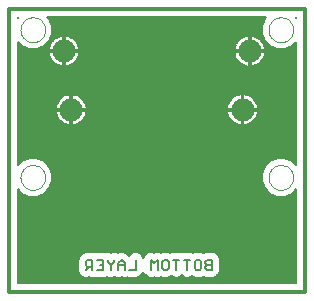
<source format=gbl>
G75*
%MOIN*%
%OFA0B0*%
%FSLAX24Y24*%
%IPPOS*%
%LPD*%
%AMOC8*
5,1,8,0,0,1.08239X$1,22.5*
%
%ADD10C,0.0118*%
%ADD11C,0.0000*%
%ADD12C,0.0060*%
%ADD13C,0.0768*%
%ADD14C,0.0317*%
D10*
X000159Y000169D02*
X000159Y009618D01*
X010002Y009618D01*
X010002Y000169D01*
X000159Y000169D01*
D11*
X000533Y003992D02*
X000535Y004032D01*
X000541Y004073D01*
X000551Y004112D01*
X000564Y004150D01*
X000582Y004187D01*
X000603Y004221D01*
X000627Y004254D01*
X000654Y004284D01*
X000684Y004311D01*
X000717Y004335D01*
X000751Y004356D01*
X000788Y004374D01*
X000826Y004387D01*
X000865Y004397D01*
X000906Y004403D01*
X000946Y004405D01*
X000986Y004403D01*
X001027Y004397D01*
X001066Y004387D01*
X001104Y004374D01*
X001141Y004356D01*
X001175Y004335D01*
X001208Y004311D01*
X001238Y004284D01*
X001265Y004254D01*
X001289Y004221D01*
X001310Y004187D01*
X001328Y004150D01*
X001341Y004112D01*
X001351Y004073D01*
X001357Y004032D01*
X001359Y003992D01*
X001357Y003952D01*
X001351Y003911D01*
X001341Y003872D01*
X001328Y003834D01*
X001310Y003797D01*
X001289Y003763D01*
X001265Y003730D01*
X001238Y003700D01*
X001208Y003673D01*
X001175Y003649D01*
X001141Y003628D01*
X001104Y003610D01*
X001066Y003597D01*
X001027Y003587D01*
X000986Y003581D01*
X000946Y003579D01*
X000906Y003581D01*
X000865Y003587D01*
X000826Y003597D01*
X000788Y003610D01*
X000751Y003628D01*
X000717Y003649D01*
X000684Y003673D01*
X000654Y003700D01*
X000627Y003730D01*
X000603Y003763D01*
X000582Y003797D01*
X000564Y003834D01*
X000551Y003872D01*
X000541Y003911D01*
X000535Y003952D01*
X000533Y003992D01*
X000533Y008913D02*
X000535Y008953D01*
X000541Y008994D01*
X000551Y009033D01*
X000564Y009071D01*
X000582Y009108D01*
X000603Y009142D01*
X000627Y009175D01*
X000654Y009205D01*
X000684Y009232D01*
X000717Y009256D01*
X000751Y009277D01*
X000788Y009295D01*
X000826Y009308D01*
X000865Y009318D01*
X000906Y009324D01*
X000946Y009326D01*
X000986Y009324D01*
X001027Y009318D01*
X001066Y009308D01*
X001104Y009295D01*
X001141Y009277D01*
X001175Y009256D01*
X001208Y009232D01*
X001238Y009205D01*
X001265Y009175D01*
X001289Y009142D01*
X001310Y009108D01*
X001328Y009071D01*
X001341Y009033D01*
X001351Y008994D01*
X001357Y008953D01*
X001359Y008913D01*
X001357Y008873D01*
X001351Y008832D01*
X001341Y008793D01*
X001328Y008755D01*
X001310Y008718D01*
X001289Y008684D01*
X001265Y008651D01*
X001238Y008621D01*
X001208Y008594D01*
X001175Y008570D01*
X001141Y008549D01*
X001104Y008531D01*
X001066Y008518D01*
X001027Y008508D01*
X000986Y008502D01*
X000946Y008500D01*
X000906Y008502D01*
X000865Y008508D01*
X000826Y008518D01*
X000788Y008531D01*
X000751Y008549D01*
X000717Y008570D01*
X000684Y008594D01*
X000654Y008621D01*
X000627Y008651D01*
X000603Y008684D01*
X000582Y008718D01*
X000564Y008755D01*
X000551Y008793D01*
X000541Y008832D01*
X000535Y008873D01*
X000533Y008913D01*
X008801Y008913D02*
X008803Y008953D01*
X008809Y008994D01*
X008819Y009033D01*
X008832Y009071D01*
X008850Y009108D01*
X008871Y009142D01*
X008895Y009175D01*
X008922Y009205D01*
X008952Y009232D01*
X008985Y009256D01*
X009019Y009277D01*
X009056Y009295D01*
X009094Y009308D01*
X009133Y009318D01*
X009174Y009324D01*
X009214Y009326D01*
X009254Y009324D01*
X009295Y009318D01*
X009334Y009308D01*
X009372Y009295D01*
X009409Y009277D01*
X009443Y009256D01*
X009476Y009232D01*
X009506Y009205D01*
X009533Y009175D01*
X009557Y009142D01*
X009578Y009108D01*
X009596Y009071D01*
X009609Y009033D01*
X009619Y008994D01*
X009625Y008953D01*
X009627Y008913D01*
X009625Y008873D01*
X009619Y008832D01*
X009609Y008793D01*
X009596Y008755D01*
X009578Y008718D01*
X009557Y008684D01*
X009533Y008651D01*
X009506Y008621D01*
X009476Y008594D01*
X009443Y008570D01*
X009409Y008549D01*
X009372Y008531D01*
X009334Y008518D01*
X009295Y008508D01*
X009254Y008502D01*
X009214Y008500D01*
X009174Y008502D01*
X009133Y008508D01*
X009094Y008518D01*
X009056Y008531D01*
X009019Y008549D01*
X008985Y008570D01*
X008952Y008594D01*
X008922Y008621D01*
X008895Y008651D01*
X008871Y008684D01*
X008850Y008718D01*
X008832Y008755D01*
X008819Y008793D01*
X008809Y008832D01*
X008803Y008873D01*
X008801Y008913D01*
X008801Y003992D02*
X008803Y004032D01*
X008809Y004073D01*
X008819Y004112D01*
X008832Y004150D01*
X008850Y004187D01*
X008871Y004221D01*
X008895Y004254D01*
X008922Y004284D01*
X008952Y004311D01*
X008985Y004335D01*
X009019Y004356D01*
X009056Y004374D01*
X009094Y004387D01*
X009133Y004397D01*
X009174Y004403D01*
X009214Y004405D01*
X009254Y004403D01*
X009295Y004397D01*
X009334Y004387D01*
X009372Y004374D01*
X009409Y004356D01*
X009443Y004335D01*
X009476Y004311D01*
X009506Y004284D01*
X009533Y004254D01*
X009557Y004221D01*
X009578Y004187D01*
X009596Y004150D01*
X009609Y004112D01*
X009619Y004073D01*
X009625Y004032D01*
X009627Y003992D01*
X009625Y003952D01*
X009619Y003911D01*
X009609Y003872D01*
X009596Y003834D01*
X009578Y003797D01*
X009557Y003763D01*
X009533Y003730D01*
X009506Y003700D01*
X009476Y003673D01*
X009443Y003649D01*
X009409Y003628D01*
X009372Y003610D01*
X009334Y003597D01*
X009295Y003587D01*
X009254Y003581D01*
X009214Y003579D01*
X009174Y003581D01*
X009133Y003587D01*
X009094Y003597D01*
X009056Y003610D01*
X009019Y003628D01*
X008985Y003649D01*
X008952Y003673D01*
X008922Y003700D01*
X008895Y003730D01*
X008871Y003763D01*
X008850Y003797D01*
X008832Y003834D01*
X008819Y003872D01*
X008809Y003911D01*
X008803Y003952D01*
X008801Y003992D01*
D12*
X008574Y003972D02*
X001587Y003972D01*
X001587Y004030D02*
X008574Y004030D01*
X008574Y004089D02*
X001587Y004089D01*
X001587Y004120D02*
X001489Y004355D01*
X001309Y004535D01*
X001074Y004632D01*
X000819Y004632D01*
X000584Y004535D01*
X000445Y004396D01*
X000445Y008510D01*
X000584Y008371D01*
X000819Y008273D01*
X001074Y008273D01*
X001309Y008371D01*
X001489Y008551D01*
X001587Y008786D01*
X001587Y009041D01*
X001489Y009276D01*
X001433Y009332D01*
X008728Y009332D01*
X008671Y009276D01*
X008574Y009041D01*
X008574Y008786D01*
X008671Y008551D01*
X008852Y008371D01*
X009087Y008273D01*
X009342Y008273D01*
X009577Y008371D01*
X009716Y008510D01*
X009716Y004396D01*
X009577Y004535D01*
X009342Y004632D01*
X009087Y004632D01*
X008852Y004535D01*
X008671Y004355D01*
X008574Y004120D01*
X008574Y003865D01*
X008671Y003630D01*
X008852Y003449D01*
X009087Y003352D01*
X009342Y003352D01*
X009577Y003449D01*
X009716Y003588D01*
X009716Y000455D01*
X000445Y000455D01*
X000445Y003588D01*
X000584Y003449D01*
X000819Y003352D01*
X001074Y003352D01*
X001309Y003449D01*
X001489Y003630D01*
X001587Y003865D01*
X001587Y004120D01*
X001575Y004147D02*
X008585Y004147D01*
X008610Y004206D02*
X001551Y004206D01*
X001527Y004264D02*
X008634Y004264D01*
X008658Y004323D02*
X001502Y004323D01*
X001463Y004381D02*
X008698Y004381D01*
X008756Y004440D02*
X001404Y004440D01*
X001346Y004498D02*
X008815Y004498D01*
X008904Y004557D02*
X001256Y004557D01*
X001115Y004615D02*
X009046Y004615D01*
X009383Y004615D02*
X009716Y004615D01*
X009716Y004557D02*
X009524Y004557D01*
X009613Y004498D02*
X009716Y004498D01*
X009716Y004440D02*
X009672Y004440D01*
X009716Y004674D02*
X000445Y004674D01*
X000445Y004732D02*
X009716Y004732D01*
X009716Y004791D02*
X000445Y004791D01*
X000445Y004849D02*
X009716Y004849D01*
X009716Y004908D02*
X000445Y004908D01*
X000445Y004966D02*
X009716Y004966D01*
X009716Y005025D02*
X000445Y005025D01*
X000445Y005083D02*
X009716Y005083D01*
X009716Y005142D02*
X000445Y005142D01*
X000445Y005200D02*
X009716Y005200D01*
X009716Y005259D02*
X000445Y005259D01*
X000445Y005317D02*
X009716Y005317D01*
X009716Y005376D02*
X000445Y005376D01*
X000445Y005434D02*
X009716Y005434D01*
X009716Y005493D02*
X000445Y005493D01*
X000445Y005551D02*
X009716Y005551D01*
X009716Y005610D02*
X000445Y005610D01*
X000445Y005668D02*
X009716Y005668D01*
X009716Y005727D02*
X000445Y005727D01*
X000445Y005785D02*
X002002Y005785D01*
X002029Y005772D02*
X002106Y005747D01*
X002186Y005734D01*
X002196Y005734D01*
X002196Y006218D01*
X002256Y006218D01*
X002256Y005734D01*
X002266Y005734D01*
X002346Y005747D01*
X002423Y005772D01*
X002495Y005809D01*
X002561Y005856D01*
X002618Y005913D01*
X002665Y005979D01*
X002702Y006051D01*
X002727Y006128D01*
X002740Y006208D01*
X002740Y006218D01*
X002256Y006218D01*
X002256Y006278D01*
X002740Y006278D01*
X002740Y006289D01*
X002727Y006368D01*
X002702Y006445D01*
X002665Y006517D01*
X002618Y006583D01*
X002561Y006640D01*
X002495Y006688D01*
X002423Y006724D01*
X002346Y006749D01*
X002266Y006762D01*
X002256Y006762D01*
X002256Y006278D01*
X002196Y006278D01*
X002196Y006218D01*
X001712Y006218D01*
X001712Y006208D01*
X001725Y006128D01*
X001750Y006051D01*
X001786Y005979D01*
X001834Y005913D01*
X001891Y005856D01*
X001957Y005809D01*
X002029Y005772D01*
X001908Y005844D02*
X000445Y005844D01*
X000445Y005902D02*
X001845Y005902D01*
X001799Y005961D02*
X000445Y005961D01*
X000445Y006019D02*
X001766Y006019D01*
X001741Y006078D02*
X000445Y006078D01*
X000445Y006136D02*
X001723Y006136D01*
X001714Y006195D02*
X000445Y006195D01*
X000445Y006253D02*
X002196Y006253D01*
X002196Y006278D02*
X001712Y006278D01*
X001712Y006289D01*
X001725Y006368D01*
X001750Y006445D01*
X001786Y006517D01*
X001834Y006583D01*
X001891Y006640D01*
X001957Y006688D01*
X002029Y006724D01*
X002106Y006749D01*
X002186Y006762D01*
X002196Y006762D01*
X002196Y006278D01*
X002196Y006312D02*
X002256Y006312D01*
X002256Y006370D02*
X002196Y006370D01*
X002196Y006429D02*
X002256Y006429D01*
X002256Y006487D02*
X002196Y006487D01*
X002196Y006546D02*
X002256Y006546D01*
X002256Y006604D02*
X002196Y006604D01*
X002196Y006663D02*
X002256Y006663D01*
X002256Y006721D02*
X002196Y006721D01*
X002023Y006721D02*
X000445Y006721D01*
X000445Y006663D02*
X001923Y006663D01*
X001856Y006604D02*
X000445Y006604D01*
X000445Y006546D02*
X001807Y006546D01*
X001771Y006487D02*
X000445Y006487D01*
X000445Y006429D02*
X001744Y006429D01*
X001725Y006370D02*
X000445Y006370D01*
X000445Y006312D02*
X001716Y006312D01*
X002196Y006195D02*
X002256Y006195D01*
X002256Y006253D02*
X007905Y006253D01*
X007905Y006278D02*
X007905Y006218D01*
X007965Y006218D01*
X007965Y006278D01*
X008449Y006278D01*
X008449Y006289D01*
X008436Y006368D01*
X008411Y006445D01*
X008374Y006517D01*
X008327Y006583D01*
X008269Y006640D01*
X008204Y006688D01*
X008132Y006724D01*
X008055Y006749D01*
X007975Y006762D01*
X007965Y006762D01*
X007965Y006278D01*
X007905Y006278D01*
X007905Y006762D01*
X007894Y006762D01*
X007814Y006749D01*
X007737Y006724D01*
X007665Y006688D01*
X007600Y006640D01*
X007543Y006583D01*
X007495Y006517D01*
X007458Y006445D01*
X007433Y006368D01*
X007421Y006289D01*
X007421Y006278D01*
X007905Y006278D01*
X007905Y006312D02*
X007965Y006312D01*
X007965Y006370D02*
X007905Y006370D01*
X007905Y006429D02*
X007965Y006429D01*
X007965Y006487D02*
X007905Y006487D01*
X007905Y006546D02*
X007965Y006546D01*
X007965Y006604D02*
X007905Y006604D01*
X007905Y006663D02*
X007965Y006663D01*
X007965Y006721D02*
X007905Y006721D01*
X007732Y006721D02*
X002429Y006721D01*
X002529Y006663D02*
X007631Y006663D01*
X007564Y006604D02*
X002596Y006604D01*
X002645Y006546D02*
X007516Y006546D01*
X007480Y006487D02*
X002681Y006487D01*
X002708Y006429D02*
X007453Y006429D01*
X007434Y006370D02*
X002727Y006370D01*
X002736Y006312D02*
X007424Y006312D01*
X007421Y006218D02*
X007421Y006208D01*
X007433Y006128D01*
X007458Y006051D01*
X007495Y005979D01*
X007543Y005913D01*
X007600Y005856D01*
X007665Y005809D01*
X007737Y005772D01*
X007814Y005747D01*
X007894Y005734D01*
X007905Y005734D01*
X007905Y006218D01*
X007421Y006218D01*
X007423Y006195D02*
X002738Y006195D01*
X002729Y006136D02*
X007432Y006136D01*
X007450Y006078D02*
X002711Y006078D01*
X002686Y006019D02*
X007474Y006019D01*
X007508Y005961D02*
X002652Y005961D01*
X002607Y005902D02*
X007554Y005902D01*
X007617Y005844D02*
X002544Y005844D01*
X002450Y005785D02*
X007711Y005785D01*
X007905Y005785D02*
X007965Y005785D01*
X007965Y005734D02*
X007975Y005734D01*
X008055Y005747D01*
X008132Y005772D01*
X008204Y005809D01*
X008269Y005856D01*
X008327Y005913D01*
X008374Y005979D01*
X008411Y006051D01*
X008436Y006128D01*
X008449Y006208D01*
X008449Y006218D01*
X007965Y006218D01*
X007965Y005734D01*
X007965Y005844D02*
X007905Y005844D01*
X007905Y005902D02*
X007965Y005902D01*
X007965Y005961D02*
X007905Y005961D01*
X007905Y006019D02*
X007965Y006019D01*
X007965Y006078D02*
X007905Y006078D01*
X007905Y006136D02*
X007965Y006136D01*
X007965Y006195D02*
X007905Y006195D01*
X007965Y006253D02*
X009716Y006253D01*
X009716Y006195D02*
X008446Y006195D01*
X008437Y006136D02*
X009716Y006136D01*
X009716Y006078D02*
X008420Y006078D01*
X008395Y006019D02*
X009716Y006019D01*
X009716Y005961D02*
X008361Y005961D01*
X008316Y005902D02*
X009716Y005902D01*
X009716Y005844D02*
X008253Y005844D01*
X008158Y005785D02*
X009716Y005785D01*
X009716Y006312D02*
X008445Y006312D01*
X008435Y006370D02*
X009716Y006370D01*
X009716Y006429D02*
X008416Y006429D01*
X008389Y006487D02*
X009716Y006487D01*
X009716Y006546D02*
X008353Y006546D01*
X008305Y006604D02*
X009716Y006604D01*
X009716Y006663D02*
X008238Y006663D01*
X008138Y006721D02*
X009716Y006721D01*
X009716Y006780D02*
X000445Y006780D01*
X000445Y006838D02*
X009716Y006838D01*
X009716Y006897D02*
X000445Y006897D01*
X000445Y006955D02*
X009716Y006955D01*
X009716Y007014D02*
X000445Y007014D01*
X000445Y007072D02*
X009716Y007072D01*
X009716Y007131D02*
X000445Y007131D01*
X000445Y007189D02*
X009716Y007189D01*
X009716Y007248D02*
X000445Y007248D01*
X000445Y007306D02*
X009716Y007306D01*
X009716Y007365D02*
X000445Y007365D01*
X000445Y007423D02*
X009716Y007423D01*
X009716Y007482D02*
X000445Y007482D01*
X000445Y007540D02*
X009716Y007540D01*
X009716Y007599D02*
X000445Y007599D01*
X000445Y007657D02*
X009716Y007657D01*
X009716Y007716D02*
X008353Y007716D01*
X008368Y007721D02*
X008440Y007757D01*
X008506Y007805D01*
X008563Y007862D01*
X008610Y007928D01*
X008647Y008000D01*
X008672Y008077D01*
X008685Y008156D01*
X008685Y008167D01*
X008201Y008167D01*
X008201Y008227D01*
X008685Y008227D01*
X008685Y008237D01*
X008672Y008317D01*
X008647Y008394D01*
X008610Y008466D01*
X008563Y008532D01*
X008506Y008589D01*
X008440Y008636D01*
X008368Y008673D01*
X008291Y008698D01*
X008211Y008711D01*
X008201Y008711D01*
X008201Y008227D01*
X008141Y008227D01*
X008141Y008711D01*
X008130Y008711D01*
X008051Y008698D01*
X007974Y008673D01*
X007902Y008636D01*
X007836Y008589D01*
X007779Y008532D01*
X007731Y008466D01*
X007695Y008394D01*
X007670Y008317D01*
X007657Y008237D01*
X007657Y008227D01*
X008141Y008227D01*
X008141Y008167D01*
X008201Y008167D01*
X008201Y007683D01*
X008211Y007683D01*
X008291Y007696D01*
X008368Y007721D01*
X008464Y007774D02*
X009716Y007774D01*
X009716Y007833D02*
X008534Y007833D01*
X008584Y007891D02*
X009716Y007891D01*
X009716Y007950D02*
X008622Y007950D01*
X008650Y008008D02*
X009716Y008008D01*
X009716Y008067D02*
X008669Y008067D01*
X008680Y008125D02*
X009716Y008125D01*
X009716Y008184D02*
X008201Y008184D01*
X008201Y008242D02*
X008141Y008242D01*
X008141Y008184D02*
X002020Y008184D01*
X002020Y008167D02*
X002020Y008227D01*
X002504Y008227D01*
X002504Y008237D01*
X002491Y008317D01*
X002466Y008394D01*
X002429Y008466D01*
X002382Y008532D01*
X002325Y008589D01*
X002259Y008636D01*
X002187Y008673D01*
X002110Y008698D01*
X002030Y008711D01*
X002020Y008711D01*
X002020Y008227D01*
X001960Y008227D01*
X001960Y008711D01*
X001949Y008711D01*
X001869Y008698D01*
X001793Y008673D01*
X001720Y008636D01*
X001655Y008589D01*
X001598Y008532D01*
X001550Y008466D01*
X001514Y008394D01*
X001489Y008317D01*
X001476Y008237D01*
X001476Y008227D01*
X001960Y008227D01*
X001960Y008167D01*
X002020Y008167D01*
X002504Y008167D01*
X002504Y008156D01*
X002491Y008077D01*
X002466Y008000D01*
X002429Y007928D01*
X002382Y007862D01*
X002325Y007805D01*
X002259Y007757D01*
X002187Y007721D01*
X002110Y007696D01*
X002030Y007683D01*
X002020Y007683D01*
X002020Y008167D01*
X002020Y008125D02*
X001960Y008125D01*
X001960Y008167D02*
X001960Y007683D01*
X001949Y007683D01*
X001869Y007696D01*
X001793Y007721D01*
X001720Y007757D01*
X001655Y007805D01*
X001598Y007862D01*
X001550Y007928D01*
X001514Y008000D01*
X001489Y008077D01*
X001476Y008156D01*
X001476Y008167D01*
X001960Y008167D01*
X001960Y008184D02*
X000445Y008184D01*
X000445Y008242D02*
X001477Y008242D01*
X001486Y008301D02*
X001141Y008301D01*
X001282Y008359D02*
X001502Y008359D01*
X001526Y008418D02*
X001356Y008418D01*
X001415Y008476D02*
X001558Y008476D01*
X001601Y008535D02*
X001473Y008535D01*
X001507Y008593D02*
X001661Y008593D01*
X001751Y008652D02*
X001531Y008652D01*
X001555Y008710D02*
X001947Y008710D01*
X001960Y008710D02*
X002020Y008710D01*
X002033Y008710D02*
X008128Y008710D01*
X008141Y008710D02*
X008201Y008710D01*
X008214Y008710D02*
X008605Y008710D01*
X008630Y008652D02*
X008410Y008652D01*
X008499Y008593D02*
X008654Y008593D01*
X008687Y008535D02*
X008560Y008535D01*
X008603Y008476D02*
X008746Y008476D01*
X008804Y008418D02*
X008635Y008418D01*
X008658Y008359D02*
X008879Y008359D01*
X009020Y008301D02*
X008675Y008301D01*
X008684Y008242D02*
X009716Y008242D01*
X009716Y008301D02*
X009408Y008301D01*
X009550Y008359D02*
X009716Y008359D01*
X009716Y008418D02*
X009624Y008418D01*
X009683Y008476D02*
X009716Y008476D01*
X009716Y009317D02*
X009701Y009332D01*
X009716Y009332D01*
X009716Y009317D01*
X008691Y009295D02*
X001470Y009295D01*
X001505Y009237D02*
X008655Y009237D01*
X008631Y009178D02*
X001530Y009178D01*
X001554Y009120D02*
X008607Y009120D01*
X008582Y009061D02*
X001578Y009061D01*
X001587Y009003D02*
X008574Y009003D01*
X008574Y008944D02*
X001587Y008944D01*
X001587Y008886D02*
X008574Y008886D01*
X008574Y008827D02*
X001587Y008827D01*
X001580Y008769D02*
X008581Y008769D01*
X008201Y008652D02*
X008141Y008652D01*
X008141Y008593D02*
X008201Y008593D01*
X008201Y008535D02*
X008141Y008535D01*
X008141Y008476D02*
X008201Y008476D01*
X008201Y008418D02*
X008141Y008418D01*
X008141Y008359D02*
X008201Y008359D01*
X008201Y008301D02*
X008141Y008301D01*
X008141Y008167D02*
X007657Y008167D01*
X007657Y008156D01*
X007670Y008077D01*
X007695Y008000D01*
X007731Y007928D01*
X007779Y007862D01*
X007836Y007805D01*
X007902Y007757D01*
X007974Y007721D01*
X008051Y007696D01*
X008130Y007683D01*
X008141Y007683D01*
X008141Y008167D01*
X008141Y008125D02*
X008201Y008125D01*
X008201Y008067D02*
X008141Y008067D01*
X008141Y008008D02*
X008201Y008008D01*
X008201Y007950D02*
X008141Y007950D01*
X008141Y007891D02*
X008201Y007891D01*
X008201Y007833D02*
X008141Y007833D01*
X008141Y007774D02*
X008201Y007774D01*
X008201Y007716D02*
X008141Y007716D01*
X007988Y007716D02*
X002172Y007716D01*
X002282Y007774D02*
X007878Y007774D01*
X007808Y007833D02*
X002352Y007833D01*
X002403Y007891D02*
X007758Y007891D01*
X007720Y007950D02*
X002441Y007950D01*
X002469Y008008D02*
X007692Y008008D01*
X007673Y008067D02*
X002488Y008067D01*
X002499Y008125D02*
X007662Y008125D01*
X007658Y008242D02*
X002503Y008242D01*
X002494Y008301D02*
X007667Y008301D01*
X007683Y008359D02*
X002477Y008359D01*
X002454Y008418D02*
X007707Y008418D01*
X007739Y008476D02*
X002422Y008476D01*
X002378Y008535D02*
X007782Y008535D01*
X007842Y008593D02*
X002318Y008593D01*
X002229Y008652D02*
X007932Y008652D01*
X008574Y003913D02*
X001587Y003913D01*
X001583Y003855D02*
X008578Y003855D01*
X008602Y003796D02*
X001558Y003796D01*
X001534Y003738D02*
X008627Y003738D01*
X008651Y003679D02*
X001510Y003679D01*
X001481Y003621D02*
X008680Y003621D01*
X008739Y003562D02*
X001422Y003562D01*
X001364Y003504D02*
X008797Y003504D01*
X008861Y003445D02*
X001299Y003445D01*
X001158Y003387D02*
X009003Y003387D01*
X009426Y003387D02*
X009716Y003387D01*
X009716Y003445D02*
X009567Y003445D01*
X009631Y003504D02*
X009716Y003504D01*
X009716Y003562D02*
X009690Y003562D01*
X009716Y003328D02*
X000445Y003328D01*
X000445Y003270D02*
X009716Y003270D01*
X009716Y003211D02*
X000445Y003211D01*
X000445Y003153D02*
X009716Y003153D01*
X009716Y003094D02*
X000445Y003094D01*
X000445Y003036D02*
X009716Y003036D01*
X009716Y002977D02*
X000445Y002977D01*
X000445Y002919D02*
X009716Y002919D01*
X009716Y002860D02*
X000445Y002860D01*
X000445Y002802D02*
X009716Y002802D01*
X009716Y002743D02*
X000445Y002743D01*
X000445Y002685D02*
X009716Y002685D01*
X009716Y002626D02*
X000445Y002626D01*
X000445Y002568D02*
X009716Y002568D01*
X009716Y002509D02*
X000445Y002509D01*
X000445Y002451D02*
X009716Y002451D01*
X009716Y002392D02*
X000445Y002392D01*
X000445Y002334D02*
X009716Y002334D01*
X009716Y002275D02*
X000445Y002275D01*
X000445Y002217D02*
X009716Y002217D01*
X009716Y002158D02*
X000445Y002158D01*
X000445Y002100D02*
X009716Y002100D01*
X009716Y002041D02*
X000445Y002041D01*
X000445Y001983D02*
X009716Y001983D01*
X009716Y001924D02*
X000445Y001924D01*
X000445Y001866D02*
X009716Y001866D01*
X009716Y001807D02*
X000445Y001807D01*
X000445Y001749D02*
X009716Y001749D01*
X009716Y001690D02*
X000445Y001690D01*
X000445Y001632D02*
X009716Y001632D01*
X009716Y001573D02*
X000445Y001573D01*
X000445Y001515D02*
X009716Y001515D01*
X009716Y001456D02*
X007069Y001456D01*
X007066Y001460D02*
X006971Y001499D01*
X006702Y001499D01*
X006628Y001468D01*
X006553Y001499D01*
X006340Y001499D01*
X006293Y001480D01*
X006246Y001499D01*
X005921Y001499D01*
X005903Y001491D01*
X005884Y001499D01*
X005559Y001499D01*
X005512Y001480D01*
X005466Y001499D01*
X005252Y001499D01*
X005205Y001480D01*
X005159Y001499D01*
X005057Y001499D01*
X004996Y001474D01*
X004936Y001499D01*
X004834Y001499D01*
X004739Y001460D01*
X004667Y001388D01*
X004634Y001307D01*
X004600Y001388D01*
X004528Y001460D01*
X004434Y001499D01*
X004331Y001499D01*
X004237Y001460D01*
X004165Y001388D01*
X004154Y001360D01*
X004126Y001388D01*
X004054Y001460D01*
X003960Y001499D01*
X003858Y001499D01*
X003783Y001468D01*
X003709Y001499D01*
X003606Y001499D01*
X003546Y001474D01*
X003486Y001499D01*
X003384Y001499D01*
X003365Y001491D01*
X003346Y001499D01*
X003021Y001499D01*
X003002Y001491D01*
X002984Y001499D01*
X002714Y001499D01*
X002620Y001460D01*
X002564Y001404D01*
X002492Y001332D01*
X002453Y001237D01*
X002453Y001024D01*
X002466Y000992D01*
X002453Y000959D01*
X002453Y000857D01*
X002492Y000763D01*
X002564Y000690D01*
X002659Y000651D01*
X002761Y000651D01*
X002821Y000676D01*
X002881Y000651D01*
X002984Y000651D01*
X003002Y000659D01*
X003021Y000651D01*
X003346Y000651D01*
X003421Y000682D01*
X003495Y000651D01*
X003597Y000651D01*
X003672Y000682D01*
X003746Y000651D01*
X003848Y000651D01*
X003909Y000676D01*
X003969Y000651D01*
X004071Y000651D01*
X004090Y000659D01*
X004109Y000651D01*
X004434Y000651D01*
X004528Y000690D01*
X004600Y000763D01*
X004634Y000843D01*
X004667Y000763D01*
X004739Y000690D01*
X004834Y000651D01*
X004936Y000651D01*
X004996Y000676D01*
X005057Y000651D01*
X005159Y000651D01*
X005205Y000671D01*
X005252Y000651D01*
X005466Y000651D01*
X005560Y000690D01*
X005568Y000698D01*
X005576Y000690D01*
X005670Y000651D01*
X005772Y000651D01*
X005867Y000690D01*
X005903Y000726D01*
X005938Y000690D01*
X006033Y000651D01*
X006135Y000651D01*
X006229Y000690D01*
X006237Y000698D01*
X006245Y000690D01*
X006340Y000651D01*
X006553Y000651D01*
X006628Y000682D01*
X006702Y000651D01*
X006971Y000651D01*
X007066Y000690D01*
X007138Y000763D01*
X007177Y000857D01*
X007177Y001126D01*
X007177Y001191D01*
X007177Y001293D01*
X007138Y001388D01*
X007066Y001460D01*
X007128Y001398D02*
X009716Y001398D01*
X009716Y001339D02*
X007158Y001339D01*
X007177Y001281D02*
X009716Y001281D01*
X009716Y001222D02*
X007177Y001222D01*
X007177Y001164D02*
X009716Y001164D01*
X009716Y001105D02*
X007177Y001105D01*
X007177Y001047D02*
X009716Y001047D01*
X009716Y000988D02*
X007177Y000988D01*
X007177Y000930D02*
X009716Y000930D01*
X009716Y000871D02*
X007177Y000871D01*
X007159Y000813D02*
X009716Y000813D01*
X009716Y000754D02*
X007130Y000754D01*
X007071Y000696D02*
X009716Y000696D01*
X009716Y000637D02*
X000445Y000637D01*
X000445Y000579D02*
X009716Y000579D01*
X009716Y000520D02*
X000445Y000520D01*
X000445Y000462D02*
X009716Y000462D01*
X006920Y000908D02*
X006753Y000908D01*
X006698Y000964D01*
X006698Y001019D01*
X006753Y001075D01*
X006920Y001075D01*
X006920Y000908D02*
X006920Y001242D01*
X006753Y001242D01*
X006698Y001186D01*
X006698Y001131D01*
X006753Y001075D01*
X006558Y001186D02*
X006558Y000964D01*
X006502Y000908D01*
X006391Y000908D01*
X006335Y000964D01*
X006335Y001186D01*
X006391Y001242D01*
X006502Y001242D01*
X006558Y001186D01*
X006195Y001242D02*
X005972Y001242D01*
X006084Y001242D02*
X006084Y000908D01*
X006235Y000696D02*
X006240Y000696D01*
X005933Y000696D02*
X005872Y000696D01*
X005721Y000908D02*
X005721Y001242D01*
X005610Y001242D02*
X005833Y001242D01*
X005470Y001186D02*
X005470Y000964D01*
X005414Y000908D01*
X005303Y000908D01*
X005247Y000964D01*
X005247Y001186D01*
X005303Y001242D01*
X005414Y001242D01*
X005470Y001186D01*
X005108Y001242D02*
X005108Y000908D01*
X004885Y000908D02*
X004885Y001242D01*
X004996Y001131D01*
X005108Y001242D01*
X004736Y001456D02*
X004531Y001456D01*
X004590Y001398D02*
X004678Y001398D01*
X004647Y001339D02*
X004620Y001339D01*
X004383Y001242D02*
X004383Y000908D01*
X004160Y000908D01*
X004020Y000908D02*
X004020Y001131D01*
X003909Y001242D01*
X003797Y001131D01*
X003797Y000908D01*
X003797Y001075D02*
X004020Y001075D01*
X004116Y001398D02*
X004175Y001398D01*
X004234Y001456D02*
X004058Y001456D01*
X003658Y001242D02*
X003658Y001186D01*
X003546Y001075D01*
X003546Y000908D01*
X003546Y001075D02*
X003435Y001186D01*
X003435Y001242D01*
X003295Y001242D02*
X003295Y000908D01*
X003072Y000908D01*
X003184Y001075D02*
X003295Y001075D01*
X003295Y001242D02*
X003072Y001242D01*
X002933Y001242D02*
X002766Y001242D01*
X002710Y001186D01*
X002710Y001075D01*
X002766Y001019D01*
X002933Y001019D01*
X002933Y000908D02*
X002933Y001242D01*
X002821Y001019D02*
X002710Y000908D01*
X002471Y000813D02*
X000445Y000813D01*
X000445Y000871D02*
X002453Y000871D01*
X002453Y000930D02*
X000445Y000930D01*
X000445Y000988D02*
X002465Y000988D01*
X002453Y001047D02*
X000445Y001047D01*
X000445Y001105D02*
X002453Y001105D01*
X002453Y001164D02*
X000445Y001164D01*
X000445Y001222D02*
X002453Y001222D01*
X002471Y001281D02*
X000445Y001281D01*
X000445Y001339D02*
X002500Y001339D01*
X002558Y001398D02*
X000445Y001398D01*
X000445Y001456D02*
X002617Y001456D01*
X002500Y000754D02*
X000445Y000754D01*
X000445Y000696D02*
X002559Y000696D01*
X004534Y000696D02*
X004734Y000696D01*
X004675Y000754D02*
X004592Y000754D01*
X004621Y000813D02*
X004646Y000813D01*
X005566Y000696D02*
X005570Y000696D01*
X000735Y003387D02*
X000445Y003387D01*
X000445Y003445D02*
X000594Y003445D01*
X000529Y003504D02*
X000445Y003504D01*
X000445Y003562D02*
X000471Y003562D01*
X000445Y004440D02*
X000489Y004440D01*
X000445Y004498D02*
X000547Y004498D01*
X000637Y004557D02*
X000445Y004557D01*
X000445Y004615D02*
X000778Y004615D01*
X002196Y005785D02*
X002256Y005785D01*
X002256Y005844D02*
X002196Y005844D01*
X002196Y005902D02*
X002256Y005902D01*
X002256Y005961D02*
X002196Y005961D01*
X002196Y006019D02*
X002256Y006019D01*
X002256Y006078D02*
X002196Y006078D01*
X002196Y006136D02*
X002256Y006136D01*
X002020Y007716D02*
X001960Y007716D01*
X001960Y007774D02*
X002020Y007774D01*
X002020Y007833D02*
X001960Y007833D01*
X001960Y007891D02*
X002020Y007891D01*
X002020Y007950D02*
X001960Y007950D01*
X001960Y008008D02*
X002020Y008008D01*
X002020Y008067D02*
X001960Y008067D01*
X001960Y008242D02*
X002020Y008242D01*
X002020Y008301D02*
X001960Y008301D01*
X001960Y008359D02*
X002020Y008359D01*
X002020Y008418D02*
X001960Y008418D01*
X001960Y008476D02*
X002020Y008476D01*
X002020Y008535D02*
X001960Y008535D01*
X001960Y008593D02*
X002020Y008593D01*
X002020Y008652D02*
X001960Y008652D01*
X001481Y008125D02*
X000445Y008125D01*
X000445Y008067D02*
X001492Y008067D01*
X001511Y008008D02*
X000445Y008008D01*
X000445Y007950D02*
X001539Y007950D01*
X001577Y007891D02*
X000445Y007891D01*
X000445Y007833D02*
X001627Y007833D01*
X001697Y007774D02*
X000445Y007774D01*
X000445Y007716D02*
X001807Y007716D01*
X000752Y008301D02*
X000445Y008301D01*
X000445Y008359D02*
X000611Y008359D01*
X000537Y008418D02*
X000445Y008418D01*
X000445Y008476D02*
X000478Y008476D01*
X000445Y009317D02*
X000445Y009332D01*
X000460Y009332D01*
X000445Y009317D01*
D13*
X001990Y008197D03*
X002226Y006248D03*
X007935Y006248D03*
X008171Y008197D03*
D14*
X008742Y007689D03*
X007443Y007335D03*
X006852Y006784D03*
X007167Y005917D03*
X005671Y006744D03*
X004529Y006665D03*
X003230Y006784D03*
X002600Y007413D03*
X002521Y008831D03*
X004096Y008949D03*
X005592Y008910D03*
X007521Y008949D03*
X009450Y004933D03*
X008309Y004461D03*
X008466Y003240D03*
X008939Y002532D03*
X009057Y001626D03*
X008939Y000721D03*
X007521Y000642D03*
X007521Y001665D03*
X005868Y001705D03*
X004687Y001665D03*
X003545Y001784D03*
X002443Y001587D03*
X001143Y001941D03*
X001065Y000957D03*
X001419Y003043D03*
X001773Y003437D03*
X002049Y003949D03*
X002088Y004697D03*
X002403Y005406D03*
X001065Y005366D03*
X001025Y006508D03*
X000710Y007965D03*
M02*

</source>
